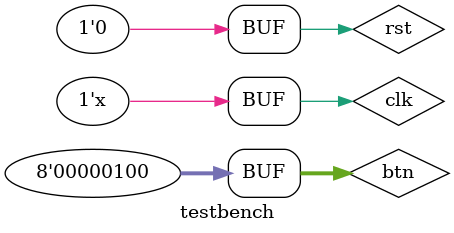
<source format=v>
`timescale 1us / 1ns

module testbench();

reg clk, rst;
reg  [7:0] btn; 
wire [3:0] led_signal_R;
wire [3:0] led_signal_G;
wire [3:0] led_signal_B;

LED3_control LC(clk, rst, btn, led_signal_R, led_signal_G, led_signal_B);

initial  begin
    clk =1; 
    rst = 1;
    btn = 8'b00000000;
    #4 rst = 0;  
    #1000 btn = 8'b00000001;
    #1000 btn = 8'b00000010;
    #1000 btn = 8'b00000100;

end

always begin
    #0.5 clk <= ~clk; //period is 1us
end
// #1 == 1us
endmodule

</source>
